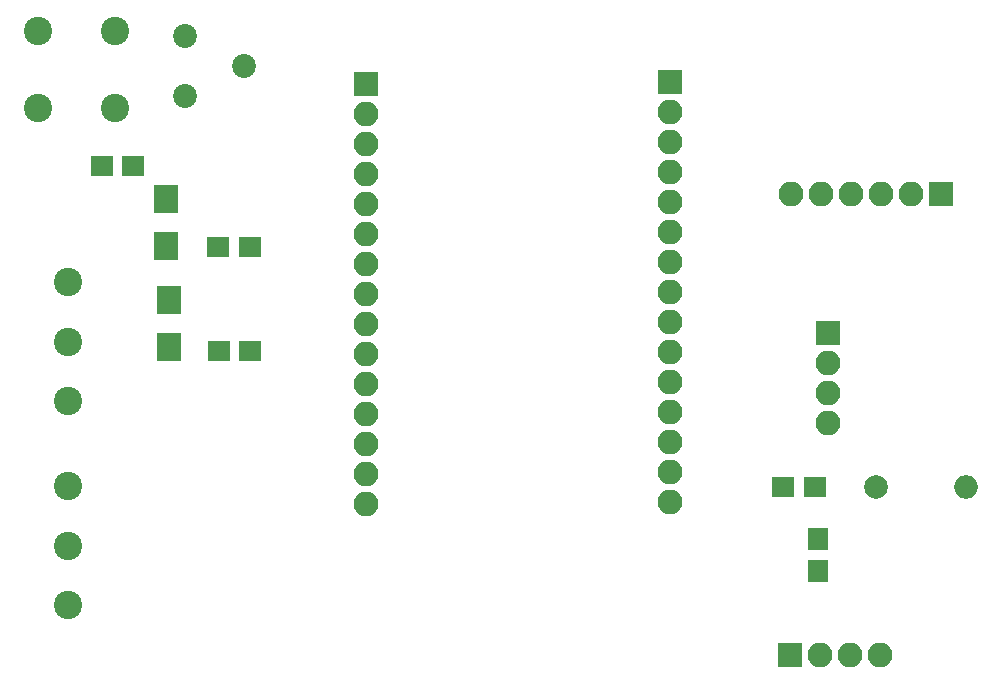
<source format=gbr>
G04 #@! TF.FileFunction,Soldermask,Top*
%FSLAX46Y46*%
G04 Gerber Fmt 4.6, Leading zero omitted, Abs format (unit mm)*
G04 Created by KiCad (PCBNEW 4.0.7) date 01/13/18 10:07:04*
%MOMM*%
%LPD*%
G01*
G04 APERTURE LIST*
%ADD10C,0.100000*%
%ADD11C,2.400000*%
%ADD12R,1.900000X1.700000*%
%ADD13R,2.100000X2.100000*%
%ADD14O,2.100000X2.100000*%
%ADD15R,2.100000X2.400000*%
%ADD16R,1.700000X1.900000*%
%ADD17C,2.000000*%
%ADD18O,2.000000X2.000000*%
%ADD19C,2.020000*%
G04 APERTURE END LIST*
D10*
D11*
X92225000Y-74676000D03*
X85725000Y-74676000D03*
X92225000Y-68176000D03*
X85725000Y-68176000D03*
D12*
X103648500Y-86487000D03*
X100948500Y-86487000D03*
D11*
X88265000Y-116760000D03*
X88265000Y-111760000D03*
X88265000Y-106760000D03*
D13*
X162206000Y-81978500D03*
D14*
X159666000Y-81978500D03*
X157126000Y-81978500D03*
X154586000Y-81978500D03*
X152046000Y-81978500D03*
X149506000Y-81978500D03*
D11*
X88265000Y-99488000D03*
X88265000Y-94488000D03*
X88265000Y-89488000D03*
D13*
X152594500Y-93790000D03*
D14*
X152594500Y-96330000D03*
X152594500Y-98870000D03*
X152594500Y-101410000D03*
D15*
X96583500Y-82391500D03*
X96583500Y-86391500D03*
X96774000Y-90964000D03*
X96774000Y-94964000D03*
D13*
X149369200Y-121056400D03*
D14*
X151909200Y-121056400D03*
X154449200Y-121056400D03*
X156989200Y-121056400D03*
X139210000Y-108113000D03*
X139210000Y-105573000D03*
X139210000Y-103033000D03*
X139210000Y-100493000D03*
X139210000Y-97953000D03*
X139210000Y-95413000D03*
X139210000Y-92873000D03*
X139210000Y-90333000D03*
X139210000Y-87793000D03*
X139210000Y-85253000D03*
X139210000Y-82713000D03*
X139210000Y-80173000D03*
X139210000Y-77633000D03*
X139210000Y-75093000D03*
D13*
X139210000Y-72553000D03*
X139210000Y-72553000D03*
D14*
X139210000Y-75093000D03*
X139210000Y-77633000D03*
X139210000Y-80173000D03*
X139210000Y-82713000D03*
X139210000Y-85253000D03*
X139210000Y-87793000D03*
X139210000Y-90333000D03*
X139210000Y-92873000D03*
X139210000Y-95413000D03*
X139210000Y-97953000D03*
X139210000Y-100493000D03*
X139210000Y-103033000D03*
X139210000Y-105573000D03*
X139210000Y-108113000D03*
X113510000Y-108213000D03*
X113510000Y-105673000D03*
X113510000Y-103133000D03*
X113510000Y-100593000D03*
X113510000Y-98053000D03*
X113510000Y-95513000D03*
X113510000Y-92973000D03*
X113510000Y-90433000D03*
X113510000Y-87893000D03*
X113510000Y-85353000D03*
X113510000Y-82813000D03*
X113510000Y-80273000D03*
X113510000Y-77733000D03*
X113510000Y-75193000D03*
D13*
X113510000Y-72653000D03*
X113510000Y-72653000D03*
D14*
X113510000Y-75193000D03*
X113510000Y-77733000D03*
X113510000Y-80273000D03*
X113510000Y-82813000D03*
X113510000Y-85353000D03*
X113510000Y-87893000D03*
X113510000Y-90433000D03*
X113510000Y-92973000D03*
X113510000Y-95513000D03*
X113510000Y-98053000D03*
X113510000Y-100593000D03*
X113510000Y-103133000D03*
X113510000Y-105673000D03*
X113510000Y-108213000D03*
D12*
X103712000Y-95250000D03*
X101012000Y-95250000D03*
D16*
X151790400Y-113922800D03*
X151790400Y-111222800D03*
D12*
X91106000Y-79629000D03*
X93806000Y-79629000D03*
X151527500Y-106807000D03*
X148827500Y-106807000D03*
D17*
X156654500Y-106807000D03*
D18*
X164274500Y-106807000D03*
D19*
X98171000Y-68660000D03*
X103171000Y-71160000D03*
X98171000Y-73660000D03*
M02*

</source>
